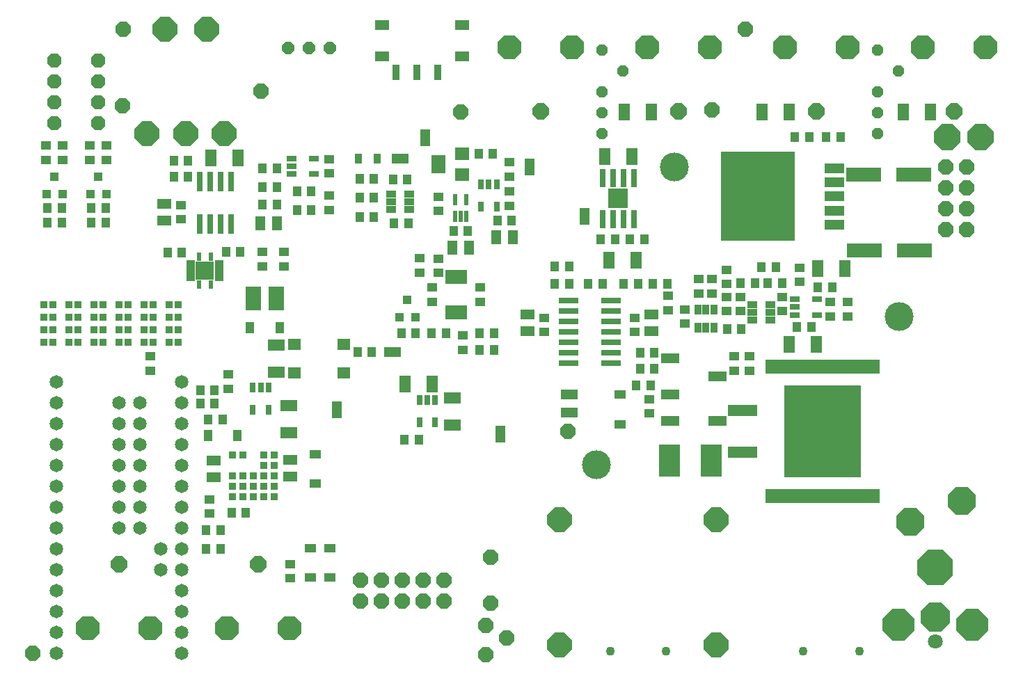
<source format=gts>
G75*
%MOIN*%
%OFA0B0*%
%FSLAX24Y24*%
%IPPOS*%
%LPD*%
%AMOC8*
5,1,8,0,0,1.08239X$1,22.5*
%
%ADD10C,0.1379*%
%ADD11R,0.0946X0.0316*%
%ADD12R,0.0710X0.0592*%
%ADD13R,0.0710X0.0867*%
%ADD14R,0.0316X0.0946*%
%ADD15R,0.0560X0.0820*%
%ADD16R,0.0500X0.0430*%
%ADD17R,0.0680X0.0460*%
%ADD18R,0.0430X0.0500*%
%ADD19R,0.1045X0.1537*%
%ADD20R,0.0220X0.0540*%
%ADD21R,0.0460X0.0680*%
%ADD22C,0.0434*%
%ADD23R,0.0356X0.0749*%
%ADD24R,0.0690X0.0513*%
%ADD25R,0.1430X0.0580*%
%ADD26R,0.3700X0.4400*%
%ADD27OC8,0.1145*%
%ADD28OC8,0.0780*%
%ADD29R,0.0474X0.0789*%
%ADD30OC8,0.0740*%
%ADD31OC8,0.0611*%
%ADD32OC8,0.1175*%
%ADD33R,0.0350X0.0380*%
%ADD34R,0.0474X0.0297*%
%ADD35R,0.0297X0.0474*%
%ADD36R,0.0820X0.0560*%
%ADD37R,0.0730X0.1180*%
%ADD38R,0.0440X0.0560*%
%ADD39R,0.0592X0.0552*%
%ADD40OC8,0.1700*%
%ADD41OC8,0.1405*%
%ADD42C,0.0710*%
%ADD43OC8,0.1504*%
%ADD44R,0.3580X0.4280*%
%ADD45R,0.0980X0.0500*%
%ADD46R,0.1655X0.0710*%
%ADD47R,0.0497X0.0336*%
%ADD48R,0.0336X0.0497*%
%ADD49R,0.0380X0.0480*%
%ADD50R,0.0789X0.0474*%
%ADD51OC8,0.0680*%
%ADD52R,0.0560X0.0440*%
%ADD53OC8,0.0552*%
%ADD54C,0.0650*%
%ADD55R,0.0395X0.0434*%
%ADD56R,0.0250X0.0670*%
%ADD57R,0.0300X0.0860*%
%ADD58R,0.0980X0.0980*%
%ADD59R,0.0330X0.0330*%
%ADD60R,0.5480X0.0680*%
%ADD61R,0.0887X0.0887*%
%ADD62R,0.0415X0.0190*%
%ADD63R,0.0190X0.0415*%
%ADD64R,0.0867X0.0474*%
%ADD65OC8,0.1261*%
%ADD66OC8,0.0730*%
%ADD67OC8,0.1346*%
D10*
X035543Y015645D03*
X050043Y022745D03*
X039293Y029895D03*
D11*
X036264Y023495D03*
X036264Y022995D03*
X036264Y022495D03*
X036264Y021995D03*
X036264Y021495D03*
X036264Y020995D03*
X036264Y020495D03*
X034217Y020495D03*
X034217Y020995D03*
X034217Y021495D03*
X034217Y021995D03*
X034217Y022495D03*
X034217Y022995D03*
X034217Y023495D03*
D12*
X029114Y029548D03*
X029114Y030548D03*
D13*
X027972Y030048D03*
D14*
X018043Y029219D03*
X017543Y029219D03*
X017043Y029219D03*
X016543Y029219D03*
X016543Y027171D03*
X017043Y027171D03*
X017543Y027171D03*
X018043Y027171D03*
D15*
X018393Y030348D03*
X017093Y030348D03*
X026393Y019495D03*
X027693Y019495D03*
X036143Y025445D03*
X037443Y025445D03*
X037243Y030395D03*
X035943Y030395D03*
X036893Y032545D03*
X038193Y032545D03*
X043493Y032545D03*
X044793Y032545D03*
X050243Y032545D03*
X051543Y032545D03*
X047443Y025045D03*
X046143Y025045D03*
X046093Y021395D03*
X044793Y021395D03*
D16*
X046743Y022755D03*
X046743Y023435D03*
X047593Y023435D03*
X047593Y022755D03*
X045293Y024405D03*
X044443Y023685D03*
X044443Y023005D03*
X042443Y023005D03*
X042443Y023685D03*
X041793Y023685D03*
X041793Y024305D03*
X041793Y024985D03*
X041093Y024535D03*
X040443Y024535D03*
X040443Y023855D03*
X041093Y023855D03*
X041793Y023005D03*
X039793Y023085D03*
X039793Y022405D03*
X038993Y023055D03*
X038993Y023735D03*
X037393Y022685D03*
X037393Y022005D03*
X038093Y018785D03*
X038093Y018105D03*
X042143Y020155D03*
X042143Y020835D03*
X042893Y020835D03*
X042893Y020155D03*
X045293Y025085D03*
X033043Y022685D03*
X033043Y022005D03*
X029993Y023455D03*
X029993Y024135D03*
X027968Y024830D03*
X027968Y025510D03*
X027068Y025535D03*
X027068Y024855D03*
X027693Y024135D03*
X027693Y023455D03*
X029143Y021835D03*
X029143Y021155D03*
X027993Y027808D03*
X027993Y028488D03*
X031393Y028735D03*
X031393Y029455D03*
X031393Y030135D03*
X031393Y028055D03*
X022743Y027855D03*
X022743Y028535D03*
X022743Y029605D03*
X022743Y030285D03*
X020593Y025835D03*
X020593Y025155D03*
X019543Y025155D03*
X019543Y025835D03*
X015641Y027405D03*
X015641Y028085D03*
X012093Y030255D03*
X012093Y030935D03*
X011293Y030935D03*
X011293Y030255D03*
X009993Y030255D03*
X009993Y030935D03*
X009193Y030935D03*
X009193Y030255D03*
X014193Y020835D03*
X014193Y020155D03*
X017918Y019960D03*
X017918Y019280D03*
X017018Y013985D03*
X017018Y013305D03*
X020893Y010885D03*
X020893Y010205D03*
D17*
X020868Y015060D03*
X020868Y015880D03*
X017218Y015855D03*
X017218Y015035D03*
X014841Y027335D03*
X014841Y028155D03*
X032243Y022852D03*
X032243Y022032D03*
X038193Y022035D03*
X038193Y022855D03*
D18*
X038253Y024295D03*
X038933Y024295D03*
X037533Y024295D03*
X036853Y024295D03*
X035833Y024295D03*
X035153Y024295D03*
X034233Y024295D03*
X033553Y024295D03*
X033553Y025145D03*
X034233Y025145D03*
X035753Y026445D03*
X036433Y026445D03*
X037153Y026445D03*
X037833Y026445D03*
X041803Y022145D03*
X042483Y022145D03*
X042453Y024345D03*
X043133Y024345D03*
X043753Y024345D03*
X044433Y024345D03*
X044133Y025095D03*
X043453Y025095D03*
X046153Y024145D03*
X046833Y024145D03*
X045833Y022245D03*
X045153Y022245D03*
X038331Y020995D03*
X037651Y020995D03*
X037651Y020245D03*
X038331Y020245D03*
X038133Y019445D03*
X037453Y019445D03*
X030633Y021145D03*
X029953Y021145D03*
X029953Y021945D03*
X030633Y021945D03*
X028333Y021945D03*
X027653Y021945D03*
X026883Y021945D03*
X026203Y021945D03*
X024783Y021045D03*
X024103Y021045D03*
X026353Y016845D03*
X027033Y016845D03*
X018758Y013345D03*
X018078Y013345D03*
X017533Y012495D03*
X016853Y012495D03*
X016853Y011595D03*
X017533Y011595D03*
X017633Y017795D03*
X016953Y017795D03*
X017258Y018570D03*
X017258Y019220D03*
X016578Y019220D03*
X016578Y018570D03*
X015683Y025795D03*
X015003Y025795D03*
X017803Y025845D03*
X018483Y025845D03*
X021203Y027845D03*
X020233Y028095D03*
X019553Y028095D03*
X019553Y028945D03*
X020233Y028945D03*
X021203Y028745D03*
X021883Y028745D03*
X021883Y027845D03*
X024203Y027495D03*
X024883Y027495D03*
X024883Y028445D03*
X024203Y028445D03*
X024203Y029345D03*
X024883Y029345D03*
X025803Y029295D03*
X026483Y029295D03*
X026533Y027195D03*
X025853Y027195D03*
X028703Y026848D03*
X029383Y026848D03*
X030803Y027342D03*
X031483Y027342D03*
X030583Y030548D03*
X029903Y030548D03*
X020233Y029845D03*
X019553Y029845D03*
X015986Y030195D03*
X015306Y030195D03*
X015306Y029445D03*
X015986Y029445D03*
X012033Y027945D03*
X011353Y027945D03*
X011353Y027245D03*
X012033Y027245D03*
X009933Y027245D03*
X009253Y027245D03*
X009253Y027945D03*
X009933Y027945D03*
X045053Y031345D03*
X045733Y031345D03*
X046553Y031345D03*
X047233Y031345D03*
D19*
X041060Y015845D03*
X039032Y015845D03*
D20*
X029303Y027538D03*
X029043Y027538D03*
X028783Y027538D03*
X028783Y028358D03*
X029303Y028358D03*
D21*
X030733Y026542D03*
X031553Y026542D03*
X029453Y026048D03*
X028633Y026048D03*
X020253Y027195D03*
X019433Y027195D03*
D22*
X036205Y006695D03*
X038882Y006695D03*
X045455Y006695D03*
X048132Y006695D03*
D23*
X027944Y034429D03*
X026944Y034429D03*
X025944Y034429D03*
D24*
X025277Y035195D03*
X025277Y036695D03*
X029115Y036695D03*
X029115Y035195D03*
D25*
X042538Y018245D03*
X042538Y016245D03*
D26*
X046393Y017245D03*
D27*
X047593Y035635D03*
X044593Y035635D03*
X040993Y035635D03*
X037993Y035635D03*
X034393Y035635D03*
X031393Y035635D03*
X051193Y035635D03*
X054193Y035635D03*
X020843Y007805D03*
X017843Y007805D03*
X014193Y007805D03*
X011193Y007805D03*
D28*
X012693Y010875D03*
X019343Y010875D03*
X032893Y032565D03*
X039493Y032565D03*
X046093Y032565D03*
X052693Y032565D03*
D29*
X034993Y027545D03*
X032343Y029892D03*
X027343Y031298D03*
X023118Y018270D03*
X030943Y017095D03*
D30*
X028243Y010095D03*
X027243Y010095D03*
X026243Y010095D03*
X025243Y010095D03*
X024243Y010095D03*
X024243Y009095D03*
X025243Y009095D03*
X026243Y009095D03*
X027243Y009095D03*
X028243Y009095D03*
X052282Y026918D03*
X053282Y026918D03*
X053282Y027918D03*
X052282Y027918D03*
X052282Y028918D03*
X053282Y028918D03*
X053282Y029918D03*
X052282Y029918D03*
D31*
X022793Y035595D03*
X021793Y035595D03*
X020793Y035595D03*
D32*
X016873Y036495D03*
X014873Y036495D03*
X014023Y031495D03*
X015873Y031495D03*
X017723Y031495D03*
X033793Y012995D03*
X033793Y006995D03*
X041293Y006995D03*
X041293Y012995D03*
D33*
X015503Y021495D03*
X015083Y021495D03*
X015083Y022095D03*
X015503Y022095D03*
X015503Y022695D03*
X015083Y022695D03*
X015083Y023295D03*
X015503Y023295D03*
X014303Y023295D03*
X013883Y023295D03*
X013883Y022695D03*
X014303Y022695D03*
X014303Y022095D03*
X013883Y022095D03*
X013883Y021495D03*
X014303Y021495D03*
X013103Y021495D03*
X012683Y021495D03*
X012683Y022095D03*
X013103Y022095D03*
X013103Y022695D03*
X012683Y022695D03*
X012683Y023295D03*
X013103Y023295D03*
X011903Y023295D03*
X011483Y023295D03*
X011483Y022695D03*
X011903Y022695D03*
X011903Y022095D03*
X011483Y022095D03*
X011483Y021495D03*
X011903Y021495D03*
X010703Y021495D03*
X010283Y021495D03*
X010283Y022095D03*
X010703Y022095D03*
X010703Y022695D03*
X010283Y022695D03*
X010283Y023295D03*
X010703Y023295D03*
X009503Y023295D03*
X009083Y023295D03*
X009083Y022695D03*
X009503Y022695D03*
X009503Y022095D03*
X009083Y022095D03*
X009083Y021495D03*
X009503Y021495D03*
D34*
X020962Y029571D03*
X020962Y029945D03*
X020962Y030319D03*
X022025Y030319D03*
X022025Y029571D03*
X045062Y023569D03*
X045062Y023195D03*
X045062Y022821D03*
X046125Y022821D03*
X046125Y023569D03*
D35*
X030767Y028014D03*
X030019Y028014D03*
X030019Y029076D03*
X030393Y029076D03*
X030767Y029076D03*
X019842Y019351D03*
X019468Y019351D03*
X019094Y019351D03*
X019094Y018289D03*
X019842Y018289D03*
X027069Y018726D03*
X027443Y018726D03*
X027817Y018726D03*
X027817Y017664D03*
X027069Y017664D03*
D36*
X028643Y017545D03*
X028643Y018845D03*
X020818Y018470D03*
X020818Y017170D03*
X020218Y020070D03*
X020218Y021370D03*
D37*
X020218Y023620D03*
X019118Y023620D03*
D38*
X018960Y022220D03*
X020377Y022220D03*
X018352Y017045D03*
X016935Y017045D03*
D39*
X021087Y020031D03*
X021087Y021409D03*
X023449Y021409D03*
X023449Y020031D03*
D40*
X051770Y010719D03*
D41*
X051770Y008357D03*
D42*
X051770Y007176D03*
D43*
X053541Y007965D03*
X049998Y007965D03*
D44*
X043293Y028495D03*
D45*
X046943Y028495D03*
X046943Y027825D03*
X046943Y027155D03*
X046943Y029165D03*
X046943Y029835D03*
D46*
X048343Y029545D03*
X050744Y029545D03*
X050794Y025895D03*
X048393Y025895D03*
D47*
X043876Y023319D03*
X043876Y022945D03*
X043876Y022571D03*
X043010Y022571D03*
X043010Y022945D03*
X043010Y023319D03*
X026576Y027871D03*
X026576Y028245D03*
X026576Y028619D03*
X025710Y028619D03*
X025710Y028245D03*
X025710Y027871D03*
D48*
X040419Y023078D03*
X040793Y023078D03*
X041167Y023078D03*
X041167Y022212D03*
X040793Y022212D03*
X040419Y022212D03*
D49*
X025033Y030295D03*
X024153Y030295D03*
D50*
X026143Y030295D03*
X025793Y021045D03*
X034243Y018995D03*
X034243Y018145D03*
D51*
X011693Y031995D03*
X011693Y032995D03*
X011693Y033995D03*
X011693Y034995D03*
X009593Y034995D03*
X009593Y033995D03*
X009593Y032995D03*
X009593Y031995D03*
D52*
X022068Y016154D03*
X022068Y014736D03*
X021843Y011654D03*
X022793Y011654D03*
X022793Y010236D03*
X021843Y010236D03*
X036693Y017586D03*
X036693Y019004D03*
D53*
X035803Y031495D03*
X035803Y032495D03*
X035803Y033495D03*
X036803Y034495D03*
X035803Y035495D03*
X049003Y035495D03*
X050003Y034495D03*
X049003Y033495D03*
X049003Y032495D03*
X049003Y031495D03*
D54*
X015693Y019595D03*
X015693Y018595D03*
X015693Y017595D03*
X015693Y016595D03*
X015693Y015595D03*
X015693Y014595D03*
X015693Y013595D03*
X015693Y012595D03*
X015693Y011595D03*
X014693Y011595D03*
X014693Y010595D03*
X015693Y010595D03*
X015693Y009595D03*
X015693Y008595D03*
X015693Y007595D03*
X015693Y006595D03*
X009693Y006595D03*
X009693Y007595D03*
X009693Y008595D03*
X009693Y009595D03*
X009693Y010595D03*
X009693Y011595D03*
X009693Y012595D03*
X009693Y013595D03*
X009693Y014595D03*
X009693Y015595D03*
X009693Y016595D03*
X009693Y017595D03*
X009693Y018595D03*
X009693Y019595D03*
X012693Y018595D03*
X013693Y018595D03*
X013693Y017595D03*
X012693Y017595D03*
X012693Y016595D03*
X013693Y016595D03*
X013693Y015595D03*
X012693Y015595D03*
X012693Y014595D03*
X013693Y014595D03*
X013693Y013595D03*
X012693Y013595D03*
X012693Y012595D03*
X013693Y012595D03*
D55*
X026119Y022718D03*
X026867Y022718D03*
X026493Y023545D03*
X012067Y028618D03*
X011693Y029445D03*
X011319Y028618D03*
X009967Y028618D03*
X009219Y028618D03*
X009593Y029445D03*
D56*
X028463Y024655D03*
X028713Y024655D03*
X028973Y024655D03*
X029223Y024655D03*
X029223Y022935D03*
X028973Y022935D03*
X028713Y022935D03*
X028463Y022935D03*
D57*
X035843Y027425D03*
X036343Y027425D03*
X036843Y027425D03*
X037343Y027425D03*
X037343Y029365D03*
X036843Y029365D03*
X036343Y029365D03*
X035843Y029365D03*
D58*
X036593Y028395D03*
D59*
X020118Y016095D03*
X019618Y016095D03*
X019618Y015595D03*
X019618Y015095D03*
X019118Y015095D03*
X018618Y015095D03*
X018118Y015095D03*
X018118Y014595D03*
X018118Y014095D03*
X018618Y014095D03*
X018618Y014595D03*
X019118Y014595D03*
X019118Y014095D03*
X019618Y014095D03*
X019618Y014595D03*
X020118Y014595D03*
X020118Y014095D03*
X020118Y015095D03*
X020118Y015595D03*
X018618Y016095D03*
X018118Y016095D03*
D60*
X046393Y014147D03*
X046393Y020343D03*
D61*
X016793Y024945D03*
D62*
X016114Y024945D03*
X016114Y024748D03*
X016114Y024551D03*
X016114Y025142D03*
X016114Y025339D03*
X017472Y025339D03*
X017472Y025142D03*
X017472Y024945D03*
X017472Y024748D03*
X017472Y024551D03*
D63*
X017089Y024266D03*
X016498Y024266D03*
X016498Y025624D03*
X017089Y025624D03*
D64*
X039093Y020737D03*
X039093Y019005D03*
X039093Y017745D03*
X041357Y017745D03*
X041357Y019871D03*
D65*
X052343Y031345D03*
X053943Y031345D03*
D66*
X008543Y006595D03*
X030243Y006545D03*
X031243Y007345D03*
X030243Y007945D03*
X030493Y008995D03*
X030493Y011195D03*
X034193Y017245D03*
X029043Y032545D03*
X019493Y033545D03*
X012843Y032845D03*
X012893Y036495D03*
X041093Y032645D03*
X042693Y036495D03*
D67*
X053043Y013895D03*
X050593Y012895D03*
M02*

</source>
